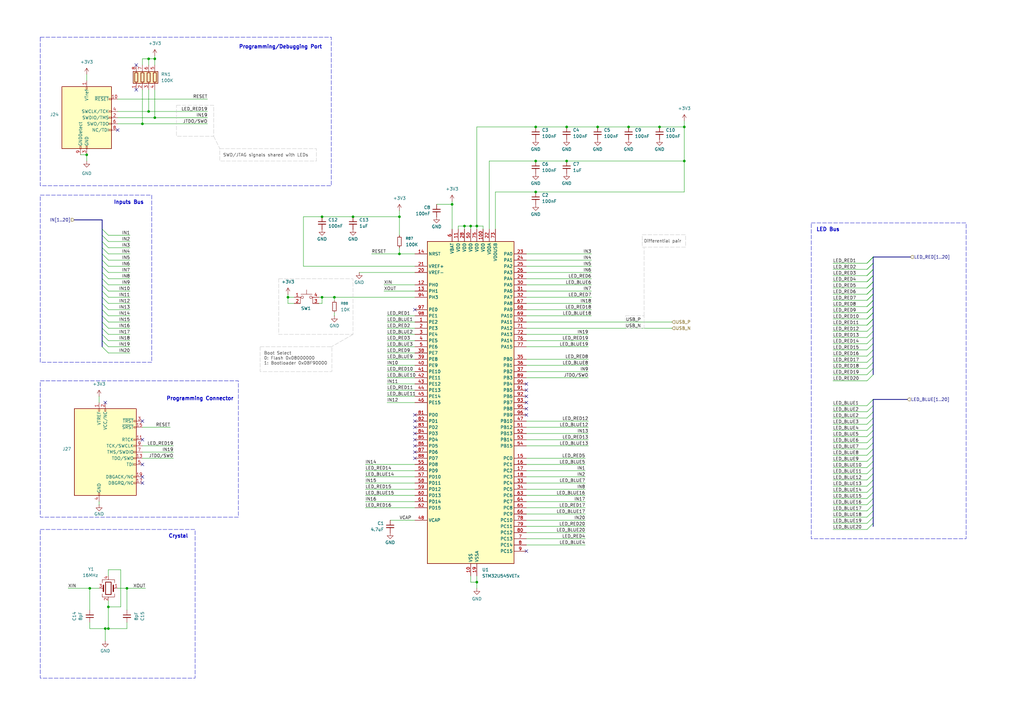
<source format=kicad_sch>
(kicad_sch (version 20250114) (generator "eeschema") (generator_version "9.0")
  (paper "A3")
  (title_block (title "Vehicle IO Validator") (date "2025-10-21") (rev "2"))
  (rectangle (start 114.3 114.3) (end 144.78 137.16) (stroke (width 0) (type dash) (color 194 194 194 1)))
  (rectangle (start 263.398 96.266) (end 281.178 101.346) (stroke (width 0) (type dash) (color 194 194 194 1)))
  (rectangle (start 90.17 60.96) (end 129.794 66.04) (stroke (width 0) (type dash) (color 194 194 194 1)))
  (rectangle (start 16.51 80.01) (end 62.23 148.59) (stroke (width 0) (type dash)))
  (rectangle (start 16.51 217.17) (end 80.01 278.13) (stroke (width 0) (type dash)))
  (rectangle (start 16.51 15.24) (end 135.89 76.2) (stroke (width 0) (type dash)))
  (rectangle (start 332.74 91.44) (end 396.24 220.98) (stroke (width 0) (type dash)))
  (rectangle (start 72.39 43.18) (end 87.63 55.88) (stroke (width 0) (type dash) (color 194 194 194 1)))
  (rectangle (start 106.68 142.24) (end 136.144 152.4) (stroke (width 0) (type dash) (color 194 194 194 1)))
  (rectangle (start 16.51 156.21) (end 97.79 212.09) (stroke (width 0) (type dash)))
  (rectangle (start 256.54 129.54) (end 264.16 134.62) (stroke (width 0) (type dash) (color 194 194 194 1)))
  (text "Differential pair" (at 271.78 99.06 0) (effects (font (size 1.27 1.27))))
  (text "SWD/JTAG signals shared with LEDs" (at 108.966 63.754 0) (effects (font (size 1.27 1.27))))
  (text "Inputs Bus" (at 52.832 83.058 0) (effects (font (size 1.5 1.5) (thickness 0.3) (bold yes))))
  (text "Crystal" (at 73.152 219.964 0) (effects (font (size 1.5 1.5) (thickness 0.3) (bold yes))))
  (text "LED Bus" (at 339.598 94.234 0) (effects (font (size 1.5 1.5) (thickness 0.3) (bold yes))))
  (text "Programming/Debugging Port" (at 115.062 19.304 0) (effects (font (size 1.5 1.5) (thickness 0.3) (bold yes))))
  (text "Programming Connector\n" (at 82.042 163.576 0) (effects (font (size 1.5 1.5) (thickness 0.3) (bold yes))))
  (text "Boot Select\n0: Flash 0x08000000\n1: Bootloader 0x0BF90000" (at 108.204 147.066 0) (effects (font (size 1.27 1.27)) (justify left)))
  (junction (at 52.07 241.3))
  (junction (at 58.42 50.8))
  (junction (at 60.96 45.72))
  (junction (at 132.08 88.9))
  (junction (at 185.42 83.82))
  (junction (at 232.41 66.04))
  (junction (at 163.83 88.9))
  (junction (at 245.11 52.07))
  (junction (at 137.16 121.92))
  (junction (at 63.5 48.26))
  (junction (at 60.96 24.13))
  (junction (at 132.08 121.92))
  (junction (at 195.58 238.76))
  (junction (at 44.45 257.81))
  (junction (at 163.83 104.14))
  (junction (at 144.78 88.9))
  (junction (at 63.5 24.13))
  (junction (at 35.56 63.5))
  (junction (at 232.41 52.07))
  (junction (at 190.5 92.71))
  (junction (at 219.71 52.07))
  (junction (at 280.67 52.07))
  (junction (at 36.83 241.3))
  (junction (at 280.67 66.04))
  (junction (at 257.81 52.07))
  (junction (at 219.71 78.74))
  (junction (at 44.45 248.92))
  (junction (at 43.18 257.81))
  (junction (at 195.58 92.71))
  (junction (at 193.04 92.71))
  (junction (at 219.71 66.04))
  (junction (at 118.11 121.92))
  (junction (at 270.51 52.07))
  (no_connect (at 170.18 177.8))
  (no_connect (at 215.9 170.18))
  (no_connect (at 215.9 165.1))
  (no_connect (at 170.18 175.26))
  (no_connect (at 58.42 195.58))
  (no_connect (at 215.9 162.56))
  (no_connect (at 170.18 182.88))
  (no_connect (at 58.42 198.12))
  (no_connect (at 170.18 172.72))
  (no_connect (at 58.42 180.34))
  (no_connect (at 170.18 187.96))
  (no_connect (at 215.9 157.48))
  (no_connect (at 58.42 172.72))
  (no_connect (at 215.9 160.02))
  (no_connect (at 55.88 36.83))
  (no_connect (at 170.18 170.18))
  (no_connect (at 43.18 165.1))
  (no_connect (at 215.9 167.64))
  (no_connect (at 55.88 26.67))
  (no_connect (at 170.18 185.42))
  (no_connect (at 48.26 53.34))
  (no_connect (at 58.42 190.5))
  (no_connect (at 215.9 226.06))
  (no_connect (at 170.18 127))
  (no_connect (at 170.18 180.34))
  (bus_entry (at 355.6 212.09) (size 2.54 -2.54))
  (bus_entry (at 41.91 101.6) (size 2.54 2.54))
  (bus_entry (at 355.6 194.31) (size 2.54 -2.54))
  (bus_entry (at 355.6 123.19) (size 2.54 -2.54))
  (bus_entry (at 355.6 156.21) (size 2.54 -2.54))
  (bus_entry (at 41.91 134.62) (size 2.54 2.54))
  (bus_entry (at 355.6 107.95) (size 2.54 -2.54))
  (bus_entry (at 41.91 142.24) (size 2.54 2.54))
  (bus_entry (at 355.6 184.15) (size 2.54 -2.54))
  (bus_entry (at 355.6 191.77) (size 2.54 -2.54))
  (bus_entry (at 355.6 115.57) (size 2.54 -2.54))
  (bus_entry (at 355.6 151.13) (size 2.54 -2.54))
  (bus_entry (at 41.91 119.38) (size 2.54 2.54))
  (bus_entry (at 355.6 118.11) (size 2.54 -2.54))
  (bus_entry (at 41.91 129.54) (size 2.54 2.54))
  (bus_entry (at 355.6 113.03) (size 2.54 -2.54))
  (bus_entry (at 41.91 139.7) (size 2.54 2.54))
  (bus_entry (at 355.6 113.03) (size 2.54 -2.54))
  (bus_entry (at 41.91 93.98) (size 2.54 2.54))
  (bus_entry (at 355.6 125.73) (size 2.54 -2.54))
  (bus_entry (at 355.6 135.89) (size 2.54 -2.54))
  (bus_entry (at 355.6 140.97) (size 2.54 -2.54))
  (bus_entry (at 41.91 109.22) (size 2.54 2.54))
  (bus_entry (at 355.6 130.81) (size 2.54 -2.54))
  (bus_entry (at 41.91 99.06) (size 2.54 2.54))
  (bus_entry (at 355.6 133.35) (size 2.54 -2.54))
  (bus_entry (at 355.6 115.57) (size 2.54 -2.54))
  (bus_entry (at 41.91 127) (size 2.54 2.54))
  (bus_entry (at 355.6 179.07) (size 2.54 -2.54))
  (bus_entry (at 355.6 153.67) (size 2.54 -2.54))
  (bus_entry (at 355.6 214.63) (size 2.54 -2.54))
  (bus_entry (at 355.6 217.17) (size 2.54 -2.54))
  (bus_entry (at 41.91 124.46) (size 2.54 2.54))
  (bus_entry (at 355.6 128.27) (size 2.54 -2.54))
  (bus_entry (at 355.6 120.65) (size 2.54 -2.54))
  (bus_entry (at 41.91 104.14) (size 2.54 2.54))
  (bus_entry (at 355.6 173.99) (size 2.54 -2.54))
  (bus_entry (at 355.6 110.49) (size 2.54 -2.54))
  (bus_entry (at 355.6 148.59) (size 2.54 -2.54))
  (bus_entry (at 355.6 130.81) (size 2.54 -2.54))
  (bus_entry (at 355.6 128.27) (size 2.54 -2.54))
  (bus_entry (at 355.6 125.73) (size 2.54 -2.54))
  (bus_entry (at 355.6 123.19) (size 2.54 -2.54))
  (bus_entry (at 355.6 201.93) (size 2.54 -2.54))
  (bus_entry (at 41.91 111.76) (size 2.54 2.54))
  (bus_entry (at 41.91 137.16) (size 2.54 2.54))
  (bus_entry (at 355.6 199.39) (size 2.54 -2.54))
  (bus_entry (at 355.6 189.23) (size 2.54 -2.54))
  (bus_entry (at 355.6 143.51) (size 2.54 -2.54))
  (bus_entry (at 355.6 146.05) (size 2.54 -2.54))
  (bus_entry (at 355.6 176.53) (size 2.54 -2.54))
  (bus_entry (at 355.6 196.85) (size 2.54 -2.54))
  (bus_entry (at 355.6 209.55) (size 2.54 -2.54))
  (bus_entry (at 355.6 166.37) (size 2.54 -2.54))
  (bus_entry (at 41.91 132.08) (size 2.54 2.54))
  (bus_entry (at 41.91 106.68) (size 2.54 2.54))
  (bus_entry (at 355.6 133.35) (size 2.54 -2.54))
  (bus_entry (at 355.6 118.11) (size 2.54 -2.54))
  (bus_entry (at 355.6 138.43) (size 2.54 -2.54))
  (bus_entry (at 355.6 107.95) (size 2.54 -2.54))
  (bus_entry (at 41.91 116.84) (size 2.54 2.54))
  (bus_entry (at 355.6 110.49) (size 2.54 -2.54))
  (bus_entry (at 355.6 171.45) (size 2.54 -2.54))
  (bus_entry (at 355.6 207.01) (size 2.54 -2.54))
  (bus_entry (at 355.6 181.61) (size 2.54 -2.54))
  (bus_entry (at 355.6 204.47) (size 2.54 -2.54))
  (bus_entry (at 41.91 121.92) (size 2.54 2.54))
  (bus_entry (at 41.91 114.3) (size 2.54 2.54))
  (bus_entry (at 355.6 120.65) (size 2.54 -2.54))
  (bus_entry (at 355.6 168.91) (size 2.54 -2.54))
  (bus_entry (at 355.6 186.69) (size 2.54 -2.54))
  (bus_entry (at 41.91 96.52) (size 2.54 2.54))
  (wire (pts (xy 149.86 190.5) (xy 170.18 190.5)))
  (wire (pts (xy 149.86 193.04) (xy 170.18 193.04)))
  (wire (pts (xy 44.45 233.68) (xy 49.53 233.68)))
  (wire (pts (xy 44.45 129.54) (xy 53.34 129.54)))
  (wire (pts (xy 58.42 50.8) (xy 85.09 50.8)))
  (wire (pts (xy 170.18 109.22) (xy 124.46 109.22)))
  (wire (pts (xy 215.9 218.44) (xy 240.03 218.44)))
  (wire (pts (xy 193.04 238.76) (xy 195.58 238.76)))
  (wire (pts (xy 341.63 189.23) (xy 355.6 189.23)))
  (bus (pts (xy 358.14 140.97) (xy 358.14 143.51)))
  (wire (pts (xy 149.86 195.58) (xy 170.18 195.58)))
  (wire (pts (xy 215.9 175.26) (xy 241.3 175.26)))
  (wire (pts (xy 215.9 213.36) (xy 240.03 213.36)))
  (wire (pts (xy 190.5 92.71) (xy 193.04 92.71)))
  (wire (pts (xy 195.58 92.71) (xy 198.12 92.71)))
  (wire (pts (xy 120.65 124.46) (xy 118.11 124.46)))
  (wire (pts (xy 195.58 52.07) (xy 219.71 52.07)))
  (wire (pts (xy 44.45 114.3) (xy 53.34 114.3)))
  (wire (pts (xy 163.83 88.9) (xy 163.83 96.52)))
  (bus (pts (xy 41.91 106.68) (xy 41.91 104.14)))
  (wire (pts (xy 215.9 223.52) (xy 240.03 223.52)))
  (wire (pts (xy 130.81 124.46) (xy 132.08 124.46)))
  (wire (pts (xy 341.63 151.13) (xy 355.6 151.13)))
  (wire (pts (xy 132.08 88.9) (xy 144.78 88.9)))
  (bus (pts (xy 41.91 127) (xy 41.91 124.46)))
  (wire (pts (xy 215.9 182.88) (xy 241.3 182.88)))
  (bus (pts (xy 41.91 139.7) (xy 41.91 142.24)))
  (wire (pts (xy 341.63 212.09) (xy 355.6 212.09)))
  (wire (pts (xy 118.11 124.46) (xy 118.11 121.92)))
  (wire (pts (xy 341.63 143.51) (xy 355.6 143.51)))
  (wire (pts (xy 48.26 40.64) (xy 85.09 40.64)))
  (wire (pts (xy 215.9 149.86) (xy 241.3 149.86)))
  (polyline (pts (xy 87.63 55.88) (xy 90.17 60.96)) (stroke (width 0) (type dash) (color 194 194 194 1)))
  (wire (pts (xy 215.9 177.8) (xy 241.3 177.8)))
  (wire (pts (xy 341.63 181.61) (xy 355.6 181.61)))
  (wire (pts (xy 215.9 154.94) (xy 241.3 154.94)))
  (wire (pts (xy 232.41 52.07) (xy 245.11 52.07)))
  (wire (pts (xy 341.63 148.59) (xy 355.6 148.59)))
  (wire (pts (xy 341.63 204.47) (xy 355.6 204.47)))
  (wire (pts (xy 48.26 48.26) (xy 63.5 48.26)))
  (bus (pts (xy 41.91 96.52) (xy 41.91 93.98)))
  (wire (pts (xy 185.42 82.55) (xy 185.42 83.82)))
  (wire (pts (xy 35.56 30.48) (xy 35.56 33.02)))
  (wire (pts (xy 341.63 194.31) (xy 355.6 194.31)))
  (wire (pts (xy 280.67 66.04) (xy 280.67 52.07)))
  (wire (pts (xy 48.26 45.72) (xy 60.96 45.72)))
  (wire (pts (xy 158.75 132.08) (xy 170.18 132.08)))
  (bus (pts (xy 372.11 163.83) (xy 358.14 163.83)))
  (bus (pts (xy 41.91 137.16) (xy 41.91 139.7)))
  (wire (pts (xy 44.45 246.38) (xy 44.45 248.92)))
  (wire (pts (xy 152.4 104.14) (xy 163.83 104.14)))
  (wire (pts (xy 44.45 106.68) (xy 53.34 106.68)))
  (wire (pts (xy 215.9 142.24) (xy 241.3 142.24)))
  (wire (pts (xy 215.9 121.92) (xy 242.57 121.92)))
  (bus (pts (xy 358.14 181.61) (xy 358.14 184.15)))
  (bus (pts (xy 358.14 107.95) (xy 358.14 110.49)))
  (wire (pts (xy 85.09 48.26) (xy 63.5 48.26)))
  (wire (pts (xy 58.42 24.13) (xy 60.96 24.13)))
  (wire (pts (xy 149.86 203.2) (xy 170.18 203.2)))
  (wire (pts (xy 341.63 168.91) (xy 355.6 168.91)))
  (bus (pts (xy 358.14 120.65) (xy 358.14 123.19)))
  (wire (pts (xy 341.63 130.81) (xy 355.6 130.81)))
  (bus (pts (xy 41.91 121.92) (xy 41.91 119.38)))
  (wire (pts (xy 44.45 137.16) (xy 53.34 137.16)))
  (wire (pts (xy 215.9 139.7) (xy 241.3 139.7)))
  (wire (pts (xy 341.63 138.43) (xy 355.6 138.43)))
  (wire (pts (xy 40.64 162.56) (xy 40.64 165.1)))
  (wire (pts (xy 341.63 179.07) (xy 355.6 179.07)))
  (wire (pts (xy 60.96 36.83) (xy 60.96 45.72)))
  (wire (pts (xy 36.83 250.19) (xy 36.83 241.3)))
  (wire (pts (xy 44.45 144.78) (xy 53.34 144.78)))
  (wire (pts (xy 219.71 78.74) (xy 280.67 78.74)))
  (wire (pts (xy 215.9 111.76) (xy 242.57 111.76)))
  (wire (pts (xy 137.16 121.92) (xy 170.18 121.92)))
  (wire (pts (xy 40.64 241.3) (xy 36.83 241.3)))
  (bus (pts (xy 358.14 138.43) (xy 358.14 140.97)))
  (wire (pts (xy 341.63 133.35) (xy 355.6 133.35)))
  (wire (pts (xy 157.48 119.38) (xy 170.18 119.38)))
  (wire (pts (xy 341.63 184.15) (xy 355.6 184.15)))
  (wire (pts (xy 158.75 142.24) (xy 170.18 142.24)))
  (wire (pts (xy 198.12 93.98) (xy 198.12 92.71)))
  (wire (pts (xy 44.45 121.92) (xy 53.34 121.92)))
  (wire (pts (xy 58.42 185.42) (xy 71.12 185.42)))
  (wire (pts (xy 215.9 119.38) (xy 242.57 119.38)))
  (wire (pts (xy 124.46 88.9) (xy 132.08 88.9)))
  (wire (pts (xy 215.9 129.54) (xy 242.57 129.54)))
  (wire (pts (xy 44.45 236.22) (xy 44.45 233.68)))
  (bus (pts (xy 358.14 171.45) (xy 358.14 173.99)))
  (wire (pts (xy 215.9 127) (xy 242.57 127)))
  (wire (pts (xy 215.9 106.68) (xy 242.57 106.68)))
  (bus (pts (xy 358.14 196.85) (xy 358.14 199.39)))
  (wire (pts (xy 163.83 104.14) (xy 170.18 104.14)))
  (bus (pts (xy 41.91 93.98) (xy 41.91 90.17)))
  (bus (pts (xy 358.14 204.47) (xy 358.14 207.01)))
  (bus (pts (xy 358.14 209.55) (xy 358.14 212.09)))
  (wire (pts (xy 44.45 96.52) (xy 53.34 96.52)))
  (wire (pts (xy 158.75 157.48) (xy 170.18 157.48)))
  (bus (pts (xy 41.91 119.38) (xy 41.91 116.84)))
  (wire (pts (xy 118.11 121.92) (xy 120.65 121.92)))
  (wire (pts (xy 341.63 156.21) (xy 355.6 156.21)))
  (wire (pts (xy 158.75 129.54) (xy 170.18 129.54)))
  (bus (pts (xy 41.91 129.54) (xy 41.91 127)))
  (wire (pts (xy 43.18 257.81) (xy 44.45 257.81)))
  (wire (pts (xy 158.75 160.02) (xy 170.18 160.02)))
  (bus (pts (xy 358.14 118.11) (xy 358.14 120.65)))
  (wire (pts (xy 215.9 208.28) (xy 240.03 208.28)))
  (wire (pts (xy 341.63 209.55) (xy 355.6 209.55)))
  (wire (pts (xy 158.75 165.1) (xy 170.18 165.1)))
  (bus (pts (xy 358.14 166.37) (xy 358.14 168.91)))
  (wire (pts (xy 40.64 205.74) (xy 40.64 207.01)))
  (wire (pts (xy 341.63 214.63) (xy 355.6 214.63)))
  (wire (pts (xy 215.9 134.62) (xy 275.59 134.62)))
  (wire (pts (xy 130.81 121.92) (xy 132.08 121.92)))
  (bus (pts (xy 358.14 179.07) (xy 358.14 181.61)))
  (wire (pts (xy 215.9 104.14) (xy 242.57 104.14)))
  (wire (pts (xy 158.75 154.94) (xy 170.18 154.94)))
  (bus (pts (xy 41.91 99.06) (xy 41.91 96.52)))
  (wire (pts (xy 63.5 36.83) (xy 63.5 48.26)))
  (wire (pts (xy 44.45 104.14) (xy 53.34 104.14)))
  (wire (pts (xy 158.75 134.62) (xy 170.18 134.62)))
  (wire (pts (xy 147.32 111.76) (xy 170.18 111.76)))
  (wire (pts (xy 35.56 63.5) (xy 35.56 66.04)))
  (wire (pts (xy 341.63 123.19) (xy 355.6 123.19)))
  (wire (pts (xy 185.42 83.82) (xy 179.07 83.82)))
  (wire (pts (xy 341.63 171.45) (xy 355.6 171.45)))
  (bus (pts (xy 358.14 214.63) (xy 358.14 215.9)))
  (wire (pts (xy 215.9 124.46) (xy 242.57 124.46)))
  (wire (pts (xy 215.9 195.58) (xy 240.03 195.58)))
  (wire (pts (xy 215.9 198.12) (xy 240.03 198.12)))
  (wire (pts (xy 158.75 147.32) (xy 170.18 147.32)))
  (wire (pts (xy 149.86 208.28) (xy 170.18 208.28)))
  (wire (pts (xy 341.63 199.39) (xy 355.6 199.39)))
  (wire (pts (xy 185.42 93.98) (xy 185.42 83.82)))
  (wire (pts (xy 219.71 52.07) (xy 232.41 52.07)))
  (wire (pts (xy 280.67 78.74) (xy 280.67 66.04)))
  (wire (pts (xy 215.9 193.04) (xy 240.03 193.04)))
  (wire (pts (xy 60.96 26.67) (xy 60.96 24.13)))
  (wire (pts (xy 215.9 116.84) (xy 242.57 116.84)))
  (bus (pts (xy 358.14 110.49) (xy 358.14 113.03)))
  (wire (pts (xy 49.53 248.92) (xy 44.45 248.92)))
  (wire (pts (xy 36.83 255.27) (xy 36.83 257.81)))
  (wire (pts (xy 341.63 201.93) (xy 355.6 201.93)))
  (wire (pts (xy 219.71 66.04) (xy 200.66 66.04)))
  (bus (pts (xy 358.14 168.91) (xy 358.14 171.45)))
  (wire (pts (xy 341.63 176.53) (xy 355.6 176.53)))
  (wire (pts (xy 341.63 118.11) (xy 355.6 118.11)))
  (wire (pts (xy 215.9 109.22) (xy 242.57 109.22)))
  (wire (pts (xy 137.16 128.27) (xy 137.16 129.54)))
  (wire (pts (xy 219.71 66.04) (xy 232.41 66.04)))
  (wire (pts (xy 132.08 121.92) (xy 137.16 121.92)))
  (bus (pts (xy 358.14 115.57) (xy 358.14 118.11)))
  (wire (pts (xy 215.9 203.2) (xy 240.03 203.2)))
  (wire (pts (xy 215.9 190.5) (xy 240.03 190.5)))
  (wire (pts (xy 195.58 92.71) (xy 195.58 93.98)))
  (polyline (pts (xy 144.78 137.16) (xy 135.89 142.24)) (stroke (width 0) (type dash) (color 194 194 194 1)))
  (wire (pts (xy 193.04 236.22) (xy 193.04 238.76)))
  (wire (pts (xy 43.18 262.89) (xy 43.18 257.81)))
  (wire (pts (xy 341.63 120.65) (xy 355.6 120.65)))
  (wire (pts (xy 187.96 92.71) (xy 190.5 92.71)))
  (wire (pts (xy 137.16 123.19) (xy 137.16 121.92)))
  (bus (pts (xy 41.91 114.3) (xy 41.91 111.76)))
  (wire (pts (xy 257.81 52.07) (xy 270.51 52.07)))
  (wire (pts (xy 203.2 78.74) (xy 219.71 78.74)))
  (wire (pts (xy 215.9 147.32) (xy 241.3 147.32)))
  (bus (pts (xy 358.14 128.27) (xy 358.14 130.81)))
  (wire (pts (xy 257.81 52.07) (xy 245.11 52.07)))
  (bus (pts (xy 41.91 132.08) (xy 41.91 129.54)))
  (wire (pts (xy 341.63 173.99) (xy 355.6 173.99)))
  (wire (pts (xy 44.45 111.76) (xy 53.34 111.76)))
  (bus (pts (xy 41.91 111.76) (xy 41.91 109.22)))
  (wire (pts (xy 158.75 149.86) (xy 170.18 149.86)))
  (bus (pts (xy 41.91 101.6) (xy 41.91 99.06)))
  (wire (pts (xy 215.9 132.08) (xy 275.59 132.08)))
  (bus (pts (xy 358.14 207.01) (xy 358.14 209.55)))
  (bus (pts (xy 358.14 163.83) (xy 358.14 166.37)))
  (wire (pts (xy 280.67 49.53) (xy 280.67 52.07)))
  (wire (pts (xy 195.58 236.22) (xy 195.58 238.76)))
  (bus (pts (xy 358.14 173.99) (xy 358.14 176.53)))
  (bus (pts (xy 41.91 134.62) (xy 41.91 137.16)))
  (wire (pts (xy 118.11 120.65) (xy 118.11 121.92)))
  (bus (pts (xy 358.14 189.23) (xy 358.14 191.77)))
  (wire (pts (xy 44.45 119.38) (xy 53.34 119.38)))
  (wire (pts (xy 58.42 26.67) (xy 58.42 24.13)))
  (wire (pts (xy 215.9 205.74) (xy 240.03 205.74)))
  (wire (pts (xy 132.08 124.46) (xy 132.08 121.92)))
  (wire (pts (xy 52.07 250.19) (xy 52.07 241.3)))
  (bus (pts (xy 358.14 184.15) (xy 358.14 186.69)))
  (wire (pts (xy 160.02 213.36) (xy 170.18 213.36)))
  (wire (pts (xy 44.45 99.06) (xy 53.34 99.06)))
  (wire (pts (xy 341.63 196.85) (xy 355.6 196.85)))
  (wire (pts (xy 215.9 220.98) (xy 240.03 220.98)))
  (wire (pts (xy 60.96 24.13) (xy 63.5 24.13)))
  (wire (pts (xy 215.9 210.82) (xy 240.03 210.82)))
  (wire (pts (xy 44.45 248.92) (xy 44.45 257.81)))
  (wire (pts (xy 190.5 93.98) (xy 190.5 92.71)))
  (wire (pts (xy 157.48 116.84) (xy 170.18 116.84)))
  (wire (pts (xy 44.45 116.84) (xy 53.34 116.84)))
  (bus (pts (xy 358.14 125.73) (xy 358.14 128.27)))
  (wire (pts (xy 58.42 187.96) (xy 71.12 187.96)))
  (wire (pts (xy 341.63 186.69) (xy 355.6 186.69)))
  (wire (pts (xy 341.63 140.97) (xy 355.6 140.97)))
  (wire (pts (xy 63.5 22.86) (xy 63.5 24.13)))
  (wire (pts (xy 215.9 172.72) (xy 241.3 172.72)))
  (wire (pts (xy 149.86 198.12) (xy 170.18 198.12)))
  (wire (pts (xy 215.9 187.96) (xy 240.03 187.96)))
  (bus (pts (xy 358.14 123.19) (xy 358.14 125.73)))
  (wire (pts (xy 44.45 101.6) (xy 53.34 101.6)))
  (wire (pts (xy 163.83 86.36) (xy 163.83 88.9)))
  (wire (pts (xy 33.02 63.5) (xy 35.56 63.5)))
  (bus (pts (xy 41.91 104.14) (xy 41.91 101.6)))
  (wire (pts (xy 341.63 146.05) (xy 355.6 146.05)))
  (bus (pts (xy 358.14 194.31) (xy 358.14 196.85)))
  (wire (pts (xy 44.45 109.22) (xy 53.34 109.22)))
  (wire (pts (xy 49.53 233.68) (xy 49.53 248.92)))
  (bus (pts (xy 358.14 201.93) (xy 358.14 204.47)))
  (wire (pts (xy 193.04 92.71) (xy 195.58 92.71)))
  (wire (pts (xy 195.58 52.07) (xy 195.58 92.71)))
  (polyline (pts (xy 264.16 129.54) (xy 264.16 101.6)) (stroke (width 0) (type dash) (color 194 194 194 1)))
  (bus (pts (xy 358.14 143.51) (xy 358.14 146.05)))
  (wire (pts (xy 58.42 182.88) (xy 71.12 182.88)))
  (wire (pts (xy 200.66 66.04) (xy 200.66 93.98)))
  (wire (pts (xy 149.86 200.66) (xy 170.18 200.66)))
  (bus (pts (xy 358.14 113.03) (xy 358.14 115.57)))
  (bus (pts (xy 358.14 135.89) (xy 358.14 138.43)))
  (wire (pts (xy 44.45 127) (xy 53.34 127)))
  (wire (pts (xy 63.5 24.13) (xy 63.5 26.67)))
  (bus (pts (xy 358.14 105.41) (xy 373.38 105.41)))
  (wire (pts (xy 187.96 93.98) (xy 187.96 92.71)))
  (wire (pts (xy 52.07 257.81) (xy 52.07 255.27)))
  (bus (pts (xy 358.14 130.81) (xy 358.14 133.35)))
  (wire (pts (xy 44.45 124.46) (xy 53.34 124.46)))
  (wire (pts (xy 341.63 107.95) (xy 355.6 107.95)))
  (wire (pts (xy 341.63 110.49) (xy 355.6 110.49)))
  (wire (pts (xy 48.26 241.3) (xy 52.07 241.3)))
  (bus (pts (xy 41.91 109.22) (xy 41.91 106.68)))
  (wire (pts (xy 280.67 52.07) (xy 270.51 52.07)))
  (wire (pts (xy 215.9 137.16) (xy 241.3 137.16)))
  (bus (pts (xy 30.48 90.17) (xy 41.91 90.17)))
  (wire (pts (xy 158.75 137.16) (xy 170.18 137.16)))
  (wire (pts (xy 193.04 92.71) (xy 193.04 93.98)))
  (bus (pts (xy 358.14 199.39) (xy 358.14 201.93)))
  (wire (pts (xy 158.75 139.7) (xy 170.18 139.7)))
  (bus (pts (xy 358.14 135.89) (xy 358.14 133.35)))
  (wire (pts (xy 232.41 66.04) (xy 280.67 66.04)))
  (bus (pts (xy 41.91 124.46) (xy 41.91 121.92)))
  (wire (pts (xy 341.63 113.03) (xy 355.6 113.03)))
  (wire (pts (xy 341.63 115.57) (xy 355.6 115.57)))
  (wire (pts (xy 355.6 153.67) (xy 341.63 153.67)))
  (wire (pts (xy 58.42 36.83) (xy 58.42 50.8)))
  (wire (pts (xy 215.9 180.34) (xy 241.3 180.34)))
  (wire (pts (xy 341.63 217.17) (xy 355.6 217.17)))
  (wire (pts (xy 44.45 134.62) (xy 53.34 134.62)))
  (bus (pts (xy 358.14 146.05) (xy 358.14 148.59)))
  (wire (pts (xy 215.9 114.3) (xy 242.57 114.3)))
  (wire (pts (xy 60.96 45.72) (xy 85.09 45.72)))
  (bus (pts (xy 358.14 212.09) (xy 358.14 214.63)))
  (wire (pts (xy 158.75 162.56) (xy 170.18 162.56)))
  (wire (pts (xy 48.26 50.8) (xy 58.42 50.8)))
  (wire (pts (xy 341.63 166.37) (xy 355.6 166.37)))
  (bus (pts (xy 358.14 105.41) (xy 358.14 107.95)))
  (wire (pts (xy 149.86 205.74) (xy 170.18 205.74)))
  (wire (pts (xy 195.58 238.76) (xy 195.58 241.3)))
  (wire (pts (xy 341.63 207.01) (xy 355.6 207.01)))
  (wire (pts (xy 158.75 152.4) (xy 170.18 152.4)))
  (bus (pts (xy 358.14 151.13) (xy 358.14 153.67)))
  (wire (pts (xy 341.63 128.27) (xy 355.6 128.27)))
  (bus (pts (xy 358.14 186.69) (xy 358.14 189.23)))
  (wire (pts (xy 341.63 125.73) (xy 355.6 125.73)))
  (bus (pts (xy 41.91 116.84) (xy 41.91 114.3)))
  (bus (pts (xy 358.14 176.53) (xy 358.14 179.07)))
  (wire (pts (xy 163.83 104.14) (xy 163.83 101.6)))
  (wire (pts (xy 36.83 257.81) (xy 43.18 257.81)))
  (wire (pts (xy 144.78 88.9) (xy 163.83 88.9)))
  (wire (pts (xy 124.46 109.22) (xy 124.46 88.9)))
  (wire (pts (xy 215.9 200.66) (xy 240.03 200.66)))
  (wire (pts (xy 44.45 142.24) (xy 53.34 142.24)))
  (wire (pts (xy 215.9 215.9) (xy 240.03 215.9)))
  (wire (pts (xy 58.42 175.26) (xy 69.85 175.26)))
  (wire (pts (xy 44.45 132.08) (xy 53.34 132.08)))
  (wire (pts (xy 341.63 135.89) (xy 355.6 135.89)))
  (wire (pts (xy 44.45 139.7) (xy 53.34 139.7)))
  (bus (pts (xy 41.91 132.08) (xy 41.91 134.62)))
  (wire (pts (xy 215.9 152.4) (xy 241.3 152.4)))
  (wire (pts (xy 341.63 191.77) (xy 355.6 191.77)))
  (wire (pts (xy 52.07 241.3) (xy 59.69 241.3)))
  (wire (pts (xy 203.2 93.98) (xy 203.2 78.74)))
  (bus (pts (xy 358.14 148.59) (xy 358.14 151.13)))
  (wire (pts (xy 44.45 257.81) (xy 52.07 257.81)))
  (wire (pts (xy 158.75 144.78) (xy 170.18 144.78)))
  (wire (pts (xy 27.94 241.3) (xy 36.83 241.3)))
  (bus (pts (xy 358.14 191.77) (xy 358.14 194.31)))
  (label "LED_RED19" (at 85.09 45.72 180))
  (label "LED_BLUE9" (at 158.75 147.32 0))
  (label "IN8" (at 240.03 200.66 180))
  (label "LED_RED9" (at 341.63 128.27 0))
  (label "RESET" (at 152.4 104.14 0))
  (label "LED_BLUE8" (at 341.63 186.69 0))
  (label "IN7" (at 242.57 119.38 180))
  (label "LED_BLUE3" (at 341.63 173.99 0))
  (label "LED_BLUE11" (at 341.63 194.31 0))
  (label "IN13" (at 53.34 127 180))
  (label "LED_BLUE13" (at 341.63 199.39 0))
  (label "VCAP" (at 163.83 213.36 0))
  (label "LED_BLUE13" (at 241.3 182.88 180))
  (label "IN5" (at 53.34 106.68 180))
  (label "LED_RED15" (at 341.63 143.51 0))
  (label "IN19" (at 85.09 48.26 180))
  (label "LED_BLUE5" (at 240.03 190.5 180))
  (label "LED_RED2" (at 158.75 134.62 0))
  (label "LED_RED11" (at 158.75 160.02 0))
  (label "LED_RED16" (at 341.63 146.05 0))
  (label "LED_BLUE15" (at 149.86 203.2 0))
  (label "IN20" (at 240.03 213.36 180))
  (label "IN12" (at 158.75 165.1 0))
  (label "IN10" (at 158.75 149.86 0))
  (label "IN19" (at 53.34 142.24 180))
  (label "IN1" (at 240.03 193.04 180))
  (label "IN3" (at 242.57 104.14 180))
  (label "LED_RED17" (at 240.03 208.28 180))
  (label "LED_BLUE1" (at 341.63 166.37 0))
  (label "XIN" (at 157.48 116.84 0))
  (label "LED_RED19" (at 341.63 153.67 0))
  (label "IN17" (at 240.03 205.74 180))
  (label "IN16" (at 149.86 205.74 0))
  (label "LED_RED8" (at 341.63 125.73 0))
  (label "LED_RED18" (at 242.57 127 180))
  (label "IN16" (at 53.34 134.62 180))
  (label "LED_BLUE6" (at 242.57 116.84 180))
  (label "LED_RED4" (at 240.03 220.98 180))
  (label "LED_BLUE20" (at 240.03 218.44 180))
  (label "LED_RED5" (at 341.63 118.11 0))
  (label "LED_BLUE3" (at 158.75 142.24 0))
  (label "LED_BLUE2" (at 158.75 137.16 0))
  (label "USB_P" (at 262.89 132.08 180))
  (label "IN18" (at 242.57 124.46 180))
  (label "IN10" (at 53.34 119.38 180))
  (label "LED_RED8" (at 241.3 147.32 180))
  (label "LED_BLUE2" (at 341.63 171.45 0))
  (label "LED_RED17" (at 341.63 148.59 0))
  (label "LED_BLUE5" (at 341.63 179.07 0))
  (label "IN4" (at 53.34 104.14 180))
  (label "LED_BLUE14" (at 149.86 195.58 0))
  (label "LED_BLUE12" (at 241.3 175.26 180))
  (label "IN9" (at 241.3 152.4 180))
  (label "LED_RED15" (at 149.86 200.66 0))
  (label "LED_RED3" (at 341.63 113.03 0))
  (label "IN19" (at 241.3 137.16 180))
  (label "LED_RED1" (at 341.63 107.95 0))
  (label "RESET" (at 85.09 40.64 180))
  (label "LED_RED7" (at 242.57 121.92 180))
  (label "IN1" (at 53.34 96.52 180))
  (label "LED_RED11" (at 341.63 133.35 0))
  (label "LED_BLUE19" (at 241.3 142.24 180))
  (label "LED_BLUE17" (at 341.63 209.55 0))
  (label "LED_RED19" (at 71.12 182.88 180))
  (label "LED_BLUE14" (at 341.63 201.93 0))
  (label "LED_BLUE7" (at 341.63 184.15 0))
  (label "LED_BLUE8" (at 241.3 149.86 180))
  (label "IN2" (at 240.03 195.58 180))
  (label "USB_N" (at 262.89 134.62 180))
  (label "IN20" (at 53.34 144.78 180))
  (label "LED_BLUE7" (at 240.03 198.12 180))
  (label "IN19" (at 71.12 185.42 180))
  (label "IN11" (at 53.34 121.92 180))
  (label "LED_BLUE18" (at 242.57 129.54 180))
  (label "JTDO{slash}SWO" (at 85.09 50.8 180))
  (label "IN14" (at 53.34 129.54 180))
  (label "LED_RED16" (at 149.86 208.28 0))
  (label "LED_BLUE1" (at 158.75 132.08 0))
  (label "XIN" (at 27.94 241.3 0))
  (label "IN18" (at 53.34 139.7 180))
  (label "LED_RED9" (at 158.75 144.78 0))
  (label "IN4" (at 242.57 106.68 180))
  (label "IN11" (at 158.75 157.48 0))
  (label "IN9" (at 53.34 116.84 180))
  (label "LED_BLUE4" (at 240.03 223.52 180))
  (label "IN15" (at 53.34 132.08 180))
  (label "RESET" (at 69.85 175.26 180))
  (label "LED_BLUE2" (at 341.63 168.91 0))
  (label "LED_BLUE6" (at 341.63 181.61 0))
  (label "LED_BLUE16" (at 240.03 203.2 180))
  (label "IN14" (at 149.86 190.5 0))
  (label "LED_BLUE10" (at 341.63 191.77 0))
  (label "LED_RED13" (at 241.3 180.34 180))
  (label "IN12" (at 53.34 124.46 180))
  (label "LED_RED3" (at 158.75 139.7 0))
  (label "LED_RED6" (at 242.57 114.3 180))
  (label "IN17" (at 53.34 137.16 180))
  (label "IN6" (at 53.34 109.22 180))
  (label "LED_RED18" (at 341.63 151.13 0))
  (label "LED_RED10" (at 158.75 152.4 0))
  (label "LED_RED4" (at 341.63 115.57 0))
  (label "LED_BLUE15" (at 341.63 204.47 0))
  (label "LED_BLUE9" (at 341.63 189.23 0))
  (label "LED_RED5" (at 240.03 187.96 180))
  (label "LED_RED12" (at 341.63 135.89 0))
  (label "LED_RED20" (at 240.03 215.9 180))
  (label "LED_BLUE18" (at 341.63 212.09 0))
  (label "LED_BLUE16" (at 341.63 207.01 0))
  (label "LED_RED2" (at 341.63 110.49 0))
  (label "LED_RED20" (at 341.63 156.21 0))
  (label "IN2" (at 53.34 99.06 180))
  (label "LED_RED10" (at 341.63 130.81 0))
  (label "LED_BLUE4" (at 341.63 176.53 0))
  (label "IN6" (at 242.57 111.76 180))
  (label "LED_BLUE17" (at 240.03 210.82 180))
  (label "LED_BLUE10" (at 158.75 154.94 0))
  (label "LED_BLUE11" (at 158.75 162.56 0))
  (label "IN7" (at 53.34 111.76 180))
  (label "LED_BLUE12" (at 341.63 196.85 0))
  (label "IN8" (at 53.34 114.3 180))
  (label "IN13" (at 241.3 177.8 180))
  (label "LED_BLUE20" (at 341.63 217.17 0))
  (label "LED_RED12" (at 241.3 172.72 180))
  (label "IN3" (at 53.34 101.6 180))
  (label "LED_RED13" (at 341.63 138.43 0))
  (label "LED_RED1" (at 158.75 129.54 0))
  (label "JTDO{slash}SWO" (at 241.3 154.94 180))
  (label "IN5" (at 242.57 109.22 180))
  (label "XOUT" (at 157.48 119.38 0))
  (label "LED_BLUE19" (at 341.63 214.63 0))
  (label "IN15" (at 149.86 198.12 0))
  (label "LED_RED14" (at 149.86 193.04 0))
  (label "LED_RED6" (at 341.63 120.65 0))
  (label "XOUT" (at 59.69 241.3 180))
  (label "LED_RED19" (at 241.3 139.7 180))
  (label "JTDO{slash}SWO" (at 71.12 187.96 180))
  (label "LED_RED7" (at 341.63 123.19 0))
  (label "LED_RED14" (at 341.63 140.97 0))
  (hierarchical_label "LED_RED[1..20]" (shape input) (at 373.38 105.41 0))
  (hierarchical_label "USB_P" (shape input) (at 275.59 132.08 0))
  (hierarchical_label "LED_BLUE[1..20]" (shape input) (at 372.11 163.83 0))
  (hierarchical_label "USB_N" (shape input) (at 275.59 134.62 0))
  (hierarchical_label "IN[1..20]" (shape input) (at 30.48 90.17 180))
  (symbol (lib_id "Connector:Conn_ARM_JTAG_SWD_20") (at 43.18 185.42 0) (unit 1)
    (property "Reference" "J27" (at 29.21 184.1499 0) (effects (justify right)))
    (property "Value" "Conn_ARM_JTAG_SWD_20" (effects (hide yes)))
    (property "Footprint" "Connector_PinHeader_2.54mm:PinHeader_2x10_P2.54mm_Vertical" (effects (hide yes)))
    (property "Datasheet" "http://infocenter.arm.com/help/topic/com.arm.doc.dui0499b/DUI0499B_system_design_reference.pdf" (effects (hide yes)))
    (property "Description" "Standard IDC20 Pinheader Connector, ARM legacy JTAG and SWD interface" (effects (hide yes)))
  )
  (symbol (lib_id "Device:C_Small") (at 144.78 91.44 0) (unit 1)
    (property "Reference" "C13" (at 147.32 90.1762 0) (effects (justify left)))
    (property "Value" "1uF" (at 147.32 92.7162 0) (effects (justify left)))
    (property "Footprint" "Capacitor_SMD:C_0603_1608Metric" (effects (hide yes)))
    (property "Description" "Unpolarized capacitor, small symbol" (effects (hide yes)))
  )
  (symbol (lib_id "MCU_ST_STM32U5:STM32U545VETx") (at 193.04 165.1 0) (unit 1)
    (property "Reference" "U1" (at 197.7233 233.68 0) (effects (justify left)))
    (property "Value" "STM32U545VETx" (at 197.7233 236.22 0) (effects (justify left)))
    (property "Footprint" "Package_QFP:LQFP-100_14x14mm_P0.5mm" (effects (hide yes)))
    (property "Datasheet" "https://www.st.com/resource/en/datasheet/stm32u545ve.pdf" (effects (hide yes)))
    (property "Description" "STMicroelectronics Arm Cortex-M33 MCU, 512KB flash, 274KB RAM, 82 GPIO, LQFP100" (effects (hide yes)))
  )
  (symbol (lib_id "Device:C_Small") (at 52.07 252.73 0) (unit 1)
    (property "Reference" "C15" (at 58.42 252.7363 90))
    (property "Value" "8pF" (at 55.88 252.7363 90))
    (property "Footprint" "Capacitor_SMD:C_0603_1608Metric" (effects (hide yes)))
    (property "Description" "Unpolarized capacitor, small symbol" (effects (hide yes)))
  )
  (symbol (lib_id "power:GND") (at 137.16 129.54 0) (unit 1)
    (property "Reference" "#PWR0135" (effects (hide yes)))
    (property "Value" "GND" (at 137.16 133.604 0))
    (property "Description" "Power symbol creates a global label with name \"GND\" , ground" (effects (hide yes)))
  )
  (symbol (lib_id "power:+3V3") (at 63.5 22.86 0) (unit 1)
    (property "Reference" "#PWR0126" (effects (hide yes)))
    (property "Value" "+3V3" (at 63.5 17.78 0))
    (property "Description" "Power symbol creates a global label with name \"+3V3\"" (effects (hide yes)))
  )
  (symbol (lib_id "power:+3V3") (at 280.67 49.53 0) (unit 1)
    (property "Reference" "#PWR011" (effects (hide yes)))
    (property "Value" "+3V3" (at 280.67 44.45 0))
    (property "Description" "Power symbol creates a global label with name \"+3V3\"" (effects (hide yes)))
  )
  (symbol (lib_id "power:+3V3") (at 118.11 120.65 0) (unit 1)
    (property "Reference" "#PWR0136" (effects (hide yes)))
    (property "Value" "+3V3" (at 118.11 115.57 0))
    (property "Description" "Power symbol creates a global label with name \"+3V3\"" (effects (hide yes)))
  )
  (symbol (lib_id "power:GND") (at 245.11 57.15 0) (unit 1)
    (property "Reference" "#PWR07" (effects (hide yes)))
    (property "Value" "GND" (at 245.11 61.214 0))
    (property "Description" "Power symbol creates a global label with name \"GND\" , ground" (effects (hide yes)))
  )
  (symbol (lib_id "power:+3V3") (at 163.83 86.36 0) (unit 1)
    (property "Reference" "#PWR0128" (effects (hide yes)))
    (property "Value" "+3V3" (at 163.83 81.28 0))
    (property "Description" "Power symbol creates a global label with name \"+3V3\"" (effects (hide yes)))
  )
  (symbol (lib_id "power:GND") (at 179.07 88.9 0) (mirror y) (unit 1)
    (property "Reference" "#PWR010" (effects (hide yes)))
    (property "Value" "GND" (at 179.07 92.964 0))
    (property "Description" "Power symbol creates a global label with name \"GND\" , ground" (effects (hide yes)))
  )
  (symbol (lib_id "Device:C_Small") (at 160.02 215.9 0) (mirror y) (unit 1)
    (property "Reference" "C1" (at 157.48 214.6362 0) (effects (justify left)))
    (property "Value" "4.7uF" (at 157.48 217.1762 0) (effects (justify left)))
    (property "Footprint" "Capacitor_SMD:C_0603_1608Metric" (effects (hide yes)))
    (property "Description" "Unpolarized capacitor, small symbol" (effects (hide yes)))
  )
  (symbol (lib_id "Device:Crystal_GND24") (at 44.45 241.3 180) (unit 1)
    (property "Reference" "Y1" (at 37.338 233.426 0))
    (property "Value" "16MHz" (at 37.084 235.966 0))
    (property "Footprint" "Crystal:Crystal_SMD_Abracon_ABM8AIG-4Pin_3.2x2.5mm" (effects (hide yes)))
    (property "Description" "Four pin crystal, GND on pins 2 and 4" (effects (hide yes)))
    (property "PartID" "2167" (effects (hide yes)))
  )
  (symbol (lib_id "power:GND") (at 147.32 111.76 0) (unit 1)
    (property "Reference" "#PWR0131" (effects (hide yes)))
    (property "Value" "GND" (at 147.32 115.824 0))
    (property "Description" "Power symbol creates a global label with name \"GND\" , ground" (effects (hide yes)))
  )
  (symbol (lib_id "power:GND") (at 270.51 57.15 0) (unit 1)
    (property "Reference" "#PWR075" (effects (hide yes)))
    (property "Value" "GND" (at 270.51 61.214 0))
    (property "Description" "Power symbol creates a global label with name \"GND\" , ground" (effects (hide yes)))
  )
  (symbol (lib_id "Device:C_Small") (at 219.71 81.28 0) (unit 1)
    (property "Reference" "C2" (at 222.25 80.0162 0) (effects (justify left)))
    (property "Value" "100nF" (at 222.25 82.5562 0) (effects (justify left)))
    (property "Footprint" "Capacitor_SMD:C_0603_1608Metric" (effects (hide yes)))
    (property "Description" "Unpolarized capacitor, small symbol" (effects (hide yes)))
  )
  (symbol (lib_id "power:+3V3") (at 40.64 162.56 0) (unit 1)
    (property "Reference" "#PWR0133" (effects (hide yes)))
    (property "Value" "+3V3" (at 40.64 157.48 0))
    (property "Description" "Power symbol creates a global label with name \"+3V3\"" (effects (hide yes)))
  )
  (symbol (lib_id "Device:R_Small") (at 137.16 125.73 0) (mirror y) (unit 1)
    (property "Reference" "R88" (at 139.7 124.4599 0) (effects (font (size 1.016 1.016)) (justify right)))
    (property "Value" "10K" (at 139.7 126.9999 0) (effects (justify right)))
    (property "Footprint" "Resistor_SMD:R_0603_1608Metric" (effects (hide yes)))
    (property "Description" "Resistor, small symbol" (effects (hide yes)))
  )
  (symbol (lib_id "Device:C_Small") (at 257.81 54.61 0) (unit 1)
    (property "Reference" "C9" (at 260.35 53.3462 0) (effects (justify left)))
    (property "Value" "100nF" (at 260.35 55.8862 0) (effects (justify left)))
    (property "Footprint" "Capacitor_SMD:C_0603_1608Metric" (effects (hide yes)))
    (property "Description" "Unpolarized capacitor, small symbol" (effects (hide yes)))
  )
  (symbol (lib_id "Device:C_Small") (at 232.41 68.58 0) (unit 1)
    (property "Reference" "C7" (at 234.95 67.3162 0) (effects (justify left)))
    (property "Value" "1uF" (at 234.95 69.8562 0) (effects (justify left)))
    (property "Footprint" "Capacitor_SMD:C_0603_1608Metric" (effects (hide yes)))
    (property "Description" "Unpolarized capacitor, small symbol" (effects (hide yes)))
  )
  (symbol (lib_id "Device:C_Small") (at 219.71 68.58 0) (unit 1)
    (property "Reference" "C6" (at 222.25 67.3162 0) (effects (justify left)))
    (property "Value" "100nF" (at 222.25 69.8562 0) (effects (justify left)))
    (property "Footprint" "Capacitor_SMD:C_0603_1608Metric" (effects (hide yes)))
    (property "Description" "Unpolarized capacitor, small symbol" (effects (hide yes)))
  )
  (symbol (lib_id "Device:C_Small") (at 232.41 54.61 0) (unit 1)
    (property "Reference" "C4" (at 234.95 53.3462 0) (effects (justify left)))
    (property "Value" "100nF" (at 234.95 55.8862 0) (effects (justify left)))
    (property "Footprint" "Capacitor_SMD:C_0603_1608Metric" (effects (hide yes)))
    (property "Description" "Unpolarized capacitor, small symbol" (effects (hide yes)))
  )
  (symbol (lib_id "Device:R_Small") (at 163.83 99.06 0) (mirror y) (unit 1)
    (property "Reference" "R87" (at 166.37 97.7899 0) (effects (font (size 1.016 1.016)) (justify right)))
    (property "Value" "100K" (at 166.37 100.3299 0) (effects (justify right)))
    (property "Footprint" "Resistor_SMD:R_0603_1608Metric" (effects (hide yes)))
    (property "Description" "Resistor, small symbol" (effects (hide yes)))
  )
  (symbol (lib_id "power:GND") (at 219.71 57.15 0) (unit 1)
    (property "Reference" "#PWR05" (effects (hide yes)))
    (property "Value" "GND" (at 219.71 61.214 0))
    (property "Description" "Power symbol creates a global label with name \"GND\" , ground" (effects (hide yes)))
  )
  (symbol (lib_id "power:GND") (at 43.18 262.89 0) (unit 1)
    (property "Reference" "#PWR0132" (effects (hide yes)))
    (property "Value" "GND" (at 43.18 266.954 0))
    (property "Description" "Power symbol creates a global label with name \"GND\" , ground" (effects (hide yes)))
  )
  (symbol (lib_id "Device:C_Small") (at 270.51 54.61 0) (unit 1)
    (property "Reference" "C10" (at 273.05 53.3462 0) (effects (justify left)))
    (property "Value" "100nF" (at 273.05 55.8862 0) (effects (justify left)))
    (property "Footprint" "Capacitor_SMD:C_0603_1608Metric" (effects (hide yes)))
    (property "Description" "Unpolarized capacitor, small symbol" (effects (hide yes)))
  )
  (symbol (lib_id "power:GND") (at 232.41 71.12 0) (unit 1)
    (property "Reference" "#PWR09" (effects (hide yes)))
    (property "Value" "GND" (at 232.41 75.184 0))
    (property "Description" "Power symbol creates a global label with name \"GND\" , ground" (effects (hide yes)))
  )
  (symbol (lib_id "power:GND") (at 144.78 93.98 0) (unit 1)
    (property "Reference" "#PWR0130" (effects (hide yes)))
    (property "Value" "GND" (at 144.78 98.044 0))
    (property "Description" "Power symbol creates a global label with name \"GND\" , ground" (effects (hide yes)))
  )
  (symbol (lib_id "Device:R_Pack04") (at 60.96 31.75 0) (unit 1)
    (property "Reference" "RN1" (at 66.04 30.4799 0) (effects (justify left)))
    (property "Value" "100K" (at 66.04 33.0199 0) (effects (justify left)))
    (property "Footprint" "Resistor_SMD:R_Array_Concave_4x0603" (effects (hide yes)))
    (property "Description" "4 resistor network, parallel topology" (effects (hide yes)))
  )
  (symbol (lib_id "Device:C_Small") (at 219.71 54.61 0) (unit 1)
    (property "Reference" "C3" (at 222.25 53.3462 0) (effects (justify left)))
    (property "Value" "100nF" (at 222.25 55.8862 0) (effects (justify left)))
    (property "Footprint" "Capacitor_SMD:C_0603_1608Metric" (effects (hide yes)))
    (property "Description" "Unpolarized capacitor, small symbol" (effects (hide yes)))
  )
  (symbol (lib_id "power:GND") (at 35.56 66.04 0) (unit 1)
    (property "Reference" "#PWR0124" (effects (hide yes)))
    (property "Value" "GND" (at 35.56 71.12 0))
    (property "Description" "Power symbol creates a global label with name \"GND\" , ground" (effects (hide yes)))
  )
  (symbol (lib_id "power:GND") (at 232.41 57.15 0) (unit 1)
    (property "Reference" "#PWR06" (effects (hide yes)))
    (property "Value" "GND" (at 232.41 61.214 0))
    (property "Description" "Power symbol creates a global label with name \"GND\" , ground" (effects (hide yes)))
  )
  (symbol (lib_id "power:GND") (at 219.71 71.12 0) (unit 1)
    (property "Reference" "#PWR08" (effects (hide yes)))
    (property "Value" "GND" (at 219.71 75.184 0))
    (property "Description" "Power symbol creates a global label with name \"GND\" , ground" (effects (hide yes)))
  )
  (symbol (lib_id "power:GND") (at 132.08 93.98 0) (unit 1)
    (property "Reference" "#PWR0129" (effects (hide yes)))
    (property "Value" "GND" (at 132.08 98.044 0))
    (property "Description" "Power symbol creates a global label with name \"GND\" , ground" (effects (hide yes)))
  )
  (symbol (lib_id "power:GND") (at 160.02 218.44 0) (mirror y) (unit 1)
    (property "Reference" "#PWR04" (effects (hide yes)))
    (property "Value" "GND" (at 160.02 222.504 0))
    (property "Description" "Power symbol creates a global label with name \"GND\" , ground" (effects (hide yes)))
  )
  (symbol (lib_id "power:GND") (at 257.81 57.15 0) (unit 1)
    (property "Reference" "#PWR074" (effects (hide yes)))
    (property "Value" "GND" (at 257.81 61.214 0))
    (property "Description" "Power symbol creates a global label with name \"GND\" , ground" (effects (hide yes)))
  )
  (symbol (lib_id "power:GND") (at 219.71 83.82 0) (unit 1)
    (property "Reference" "#PWR03" (effects (hide yes)))
    (property "Value" "GND" (at 219.71 87.884 0))
    (property "Description" "Power symbol creates a global label with name \"GND\" , ground" (effects (hide yes)))
  )
  (symbol (lib_id "power:+3V3") (at 35.56 30.48 0) (unit 1)
    (property "Reference" "#PWR0127" (effects (hide yes)))
    (property "Value" "+3V3" (at 35.56 25.4 0))
    (property "Description" "Power symbol creates a global label with name \"+3V3\"" (effects (hide yes)))
  )
  (symbol (lib_id "power:GND") (at 40.64 207.01 0) (unit 1)
    (property "Reference" "#PWR0134" (effects (hide yes)))
    (property "Value" "GND" (at 40.64 210.82 0))
    (property "Description" "Power symbol creates a global label with name \"GND\" , ground" (effects (hide yes)))
  )
  (symbol (lib_id "power:+3V3") (at 185.42 82.55 0) (unit 1)
    (property "Reference" "#PWR013" (effects (hide yes)))
    (property "Value" "+3V3" (at 185.42 77.47 0))
    (property "Description" "Power symbol creates a global label with name \"+3V3\"" (effects (hide yes)))
  )
  (symbol (lib_id "Switch:SW_MEC_5E") (at 125.73 124.46 0) (unit 1)
    (property "Reference" "SW1" (at 125.476 126.492 0))
    (property "Value" "KMR221GLFS" (effects (hide yes)))
    (property "Footprint" "My_Footprints:KMR221GLFS" (effects (hide yes)))
    (property "Datasheet" "http://www.apem.com/int/index.php?controller=attachment&id_attachment=1371" (effects (hide yes)))
    (property "Description" "MEC 5E single pole normally-open tactile switch" (effects (hide yes)))
  )
  (symbol (lib_id "Device:C_Small") (at 179.07 86.36 0) (mirror y) (unit 1)
    (property "Reference" "C8" (at 176.53 85.0962 0) (effects (justify left)))
    (property "Value" "100nF" (at 176.53 87.6362 0) (effects (justify left)))
    (property "Footprint" "Capacitor_SMD:C_0603_1608Metric" (effects (hide yes)))
    (property "Description" "Unpolarized capacitor, small symbol" (effects (hide yes)))
  )
  (symbol (lib_id "Connector:Conn_ARM_JTAG_SWD_10") (at 35.56 48.26 0) (unit 1) (in_bom no)
    (property "Reference" "J24" (at 24.13 46.9899 0) (effects (justify right)))
    (property "Value" "Conn_ARM_JTAG_SWD_10" (effects (hide yes)))
    (property "Footprint" "Connector:Tag-Connect_TC2050-IDC-NL_2x05_P1.27mm_Vertical" (effects (hide yes)))
    (property "Datasheet" "http://infocenter.arm.com/help/topic/com.arm.doc.ddi0314h/DDI0314H_coresight_components_trm.pdf" (effects (hide yes)))
    (property "Description" "Cortex Debug Connector, standard ARM Cortex-M SWD and JTAG interface" (effects (hide yes)))
  )
  (symbol (lib_id "Device:C_Small") (at 245.11 54.61 0) (unit 1)
    (property "Reference" "C5" (at 247.65 53.3462 0) (effects (justify left)))
    (property "Value" "100nF" (at 247.65 55.8862 0) (effects (justify left)))
    (property "Footprint" "Capacitor_SMD:C_0603_1608Metric" (effects (hide yes)))
    (property "Description" "Unpolarized capacitor, small symbol" (effects (hide yes)))
  )
  (symbol (lib_id "Device:C_Small") (at 132.08 91.44 0) (unit 1)
    (property "Reference" "C12" (at 134.62 90.1762 0) (effects (justify left)))
    (property "Value" "100nF" (at 134.62 92.7162 0) (effects (justify left)))
    (property "Footprint" "Capacitor_SMD:C_0603_1608Metric" (effects (hide yes)))
    (property "Description" "Unpolarized capacitor, small symbol" (effects (hide yes)))
  )
  (symbol (lib_id "power:GND") (at 195.58 241.3 0) (unit 1)
    (property "Reference" "#PWR01" (effects (hide yes)))
    (property "Value" "GND" (at 195.58 245.618 0))
    (property "Description" "Power symbol creates a global label with name \"GND\" , ground" (effects (hide yes)))
  )
  (symbol (lib_id "Device:C_Small") (at 36.83 252.73 180) (unit 1)
    (property "Reference" "C14" (at 30.48 252.7237 90))
    (property "Value" "8pF" (at 33.02 252.7237 90))
    (property "Footprint" "Capacitor_SMD:C_0603_1608Metric" (effects (hide yes)))
    (property "Description" "Unpolarized capacitor, small symbol" (effects (hide yes)))
  )
)
</source>
